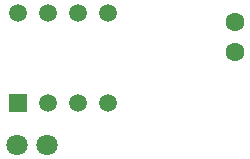
<source format=gbl>
G04 Layer: BottomLayer*
G04 EasyEDA v6.5.44, 2025-04-28 19:25:54*
G04 Gerber Generator version 0.2*
G04 Scale: 100 percent, Rotated: No, Reflected: No *
G04 Dimensions in millimeters *
G04 leading zeros omitted , absolute positions ,4 integer and 5 decimal *
%FSLAX45Y45*%
%MOMM*%

%ADD10C,1.8000*%
%ADD11R,1.5000X1.5000*%
%ADD12C,1.5000*%
%ADD13C,1.6000*%

%LPD*%
D10*
G01*
X1104900Y5346700D03*
G01*
X1358900Y5346700D03*
D11*
G01*
X1115595Y5702300D03*
D12*
G01*
X1369595Y5702300D03*
G01*
X1623595Y5702300D03*
G01*
X1877595Y5702300D03*
G01*
X1115595Y6464300D03*
G01*
X1369595Y6464300D03*
G01*
X1623595Y6464300D03*
G01*
X1877595Y6464300D03*
D13*
G01*
X2951012Y6388100D03*
G01*
X2951012Y6133795D03*
M02*

</source>
